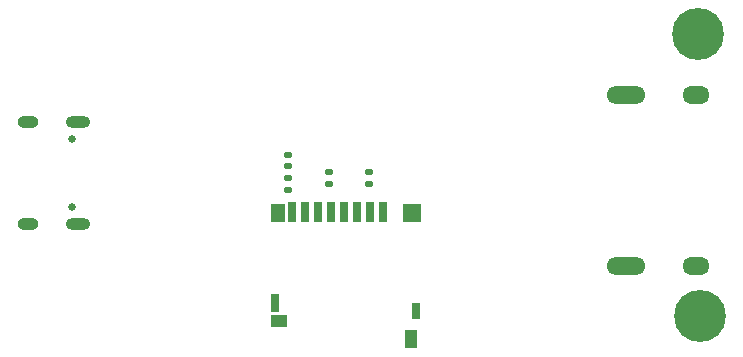
<source format=gbr>
%TF.GenerationSoftware,KiCad,Pcbnew,7.0.8*%
%TF.CreationDate,2024-04-11T13:26:54+03:00*%
%TF.ProjectId,rp2040DVI,72703230-3430-4445-9649-2e6b69636164,rev?*%
%TF.SameCoordinates,Original*%
%TF.FileFunction,Soldermask,Bot*%
%TF.FilePolarity,Negative*%
%FSLAX46Y46*%
G04 Gerber Fmt 4.6, Leading zero omitted, Abs format (unit mm)*
G04 Created by KiCad (PCBNEW 7.0.8) date 2024-04-11 13:26:54*
%MOMM*%
%LPD*%
G01*
G04 APERTURE LIST*
G04 Aperture macros list*
%AMRoundRect*
0 Rectangle with rounded corners*
0 $1 Rounding radius*
0 $2 $3 $4 $5 $6 $7 $8 $9 X,Y pos of 4 corners*
0 Add a 4 corners polygon primitive as box body*
4,1,4,$2,$3,$4,$5,$6,$7,$8,$9,$2,$3,0*
0 Add four circle primitives for the rounded corners*
1,1,$1+$1,$2,$3*
1,1,$1+$1,$4,$5*
1,1,$1+$1,$6,$7*
1,1,$1+$1,$8,$9*
0 Add four rect primitives between the rounded corners*
20,1,$1+$1,$2,$3,$4,$5,0*
20,1,$1+$1,$4,$5,$6,$7,0*
20,1,$1+$1,$6,$7,$8,$9,0*
20,1,$1+$1,$8,$9,$2,$3,0*%
G04 Aperture macros list end*
%ADD10C,0.700000*%
%ADD11C,4.400000*%
%ADD12O,3.300000X1.500000*%
%ADD13O,2.300000X1.500000*%
%ADD14C,0.650000*%
%ADD15O,2.100000X1.000000*%
%ADD16O,1.800000X1.000000*%
%ADD17RoundRect,0.135000X-0.185000X0.135000X-0.185000X-0.135000X0.185000X-0.135000X0.185000X0.135000X0*%
%ADD18RoundRect,0.135000X0.185000X-0.135000X0.185000X0.135000X-0.185000X0.135000X-0.185000X-0.135000X0*%
%ADD19RoundRect,0.140000X0.170000X-0.140000X0.170000X0.140000X-0.170000X0.140000X-0.170000X-0.140000X0*%
%ADD20R,0.700000X1.750000*%
%ADD21R,1.450000X1.000000*%
%ADD22R,1.000000X1.550000*%
%ADD23R,0.800000X1.500000*%
%ADD24R,1.300000X1.500000*%
%ADD25R,1.500000X1.500000*%
%ADD26R,0.800000X1.400000*%
G04 APERTURE END LIST*
D10*
%TO.C,H2*%
X207380000Y-103490000D03*
X207863274Y-102323274D03*
X207863274Y-104656726D03*
X209030000Y-101840000D03*
D11*
X209030000Y-103490000D03*
D10*
X209030000Y-105140000D03*
X210196726Y-102323274D03*
X210196726Y-104656726D03*
X210680000Y-103490000D03*
%TD*%
D12*
%TO.C,J1*%
X202760000Y-84750000D03*
X202760000Y-99250000D03*
D13*
X208720000Y-84750000D03*
X208720000Y-99250000D03*
%TD*%
D10*
%TO.C,H1*%
X207270000Y-79600000D03*
X207753274Y-78433274D03*
X207753274Y-80766726D03*
X208920000Y-77950000D03*
D11*
X208920000Y-79600000D03*
D10*
X208920000Y-81250000D03*
X210086726Y-78433274D03*
X210086726Y-80766726D03*
X210570000Y-79600000D03*
%TD*%
D14*
%TO.C,J2*%
X155865000Y-88450000D03*
X155865000Y-94230000D03*
D15*
X156365000Y-87020000D03*
D16*
X152185000Y-87020000D03*
D15*
X156365000Y-95660000D03*
D16*
X152185000Y-95660000D03*
%TD*%
D17*
%TO.C,R10*%
X174150000Y-91750000D03*
X174150000Y-92770000D03*
%TD*%
D18*
%TO.C,R11*%
X181000000Y-92250000D03*
X181000000Y-91230000D03*
%TD*%
%TO.C,R12*%
X177650000Y-92270000D03*
X177650000Y-91250000D03*
%TD*%
D19*
%TO.C,C20*%
X174150000Y-90750000D03*
X174150000Y-89790000D03*
%TD*%
D20*
%TO.C,J5*%
X182200000Y-94625000D03*
X181100000Y-94625000D03*
X180000000Y-94625000D03*
X178900000Y-94625000D03*
X177800000Y-94625000D03*
X176700000Y-94625000D03*
X175600000Y-94625000D03*
X174500000Y-94625000D03*
D21*
X173375000Y-103850000D03*
D22*
X184600000Y-105425000D03*
D23*
X173050000Y-102350000D03*
D24*
X173300000Y-94750000D03*
D25*
X184650000Y-94750000D03*
D26*
X185000000Y-103000000D03*
%TD*%
M02*

</source>
